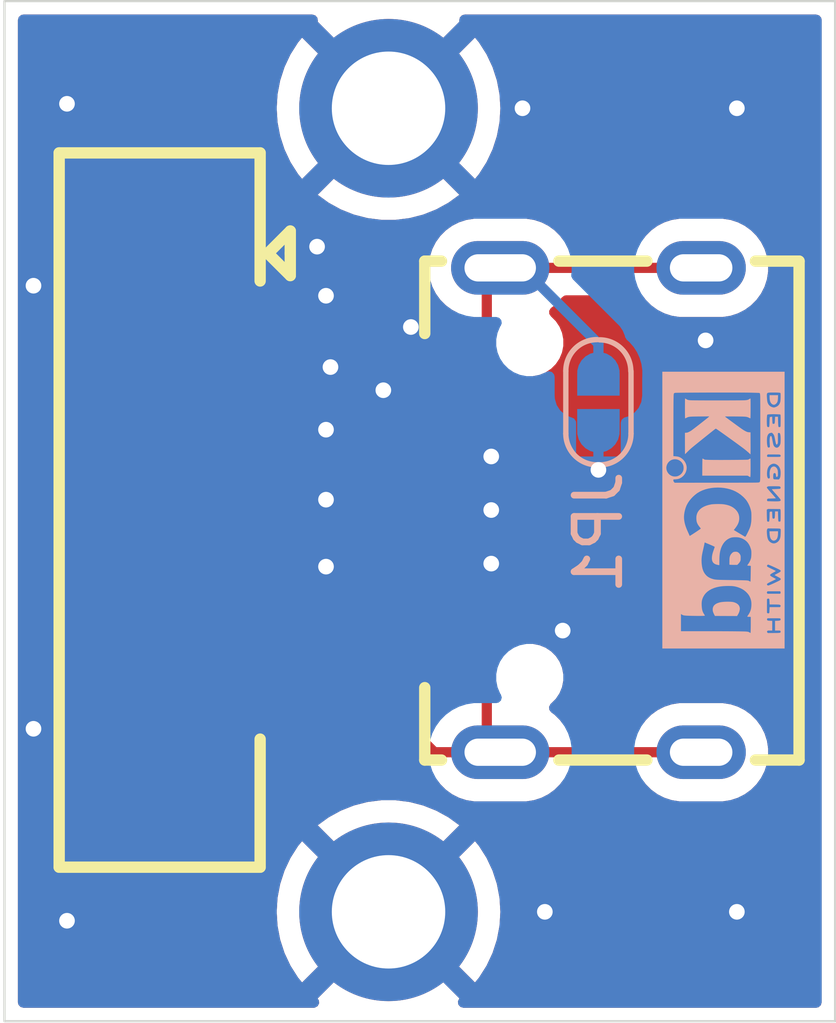
<source format=kicad_pcb>
(kicad_pcb (version 20240108) (generator "pcbnew") (generator_version "8.0")
  (title_block (title "DVI Connector board") (date "2024-02-27") (rev "V0.09") (company "Copyright (C) Victor Suarez Rovere") (comment 1 "License:  CERN OHL-S") (comment 2 "PCB design:  Mitch Altman & Victor Suarez Rovere") (comment 3 "Schematics capture:  Mitch Altman") (comment 4 "Circuit design & parts selection:  Victor Suarez Rovere"))
  (layers (0 "F.Cu" signal) (31 "B.Cu" signal) (34 "B.Paste" user) (35 "F.Paste" user) (36 "B.SilkS" user "B.Silkscreen") (37 "F.SilkS" user "F.Silkscreen") (38 "B.Mask" user) (39 "F.Mask" user) (44 "Edge.Cuts" user))
  (net 0 "")
  (net 1 "Net-(J2-SHELL)")
  (net 2 "GND")
  (net 3 "Net-(J2-CEC)")
  (net 4 "Net-(J2-UTILITY)")
  (net 5 "Net-(J2-HPD)")
  (net 6 "Net-(J2-+5V)")
  (net 7 "Net-(J2-SDA)")
  (net 8 "Net-(J2-SCL)")
  (net 9 "Net-(J2-CK-)")
  (net 10 "Net-(J2-CK+)")
  (net 11 "Net-(J2-D0-)")
  (net 12 "Net-(J2-D0+)")
  (net 13 "Net-(J2-D1-)")
  (net 14 "Net-(J2-D1+)")
  (net 15 "Net-(J2-D2-)")
  (net 16 "Net-(J2-D2+)")
  (footprint "" (layer "F.Cu") (at 112.701 78)
    (property "Reference" "MH1" (hide yes))
    (property "Value" "" (hide yes))
    (pad "18" thru_hole circle (at 3.299 0 90) (size 4 4) (drill 2.54) (layers "*.Cu" "*.Paste" "*.Mask") (net 2 "GND"))
  )
  (footprint "" (layer "F.Cu") (at 116 96)
    (property "Reference" "MH2" (hide yes))
    (property "Value" "" (hide yes))
    (pad "18" thru_hole circle (at 0 0 90) (size 4 4) (drill 2.54) (layers "*.Cu" "*.Paste" "*.Mask") (net 2 "GND"))
  )
  (footprint "Library:XFCN_F0501-B-20-20T-R" (layer "F.Cu") (at 111.325 87 -90)
    (property "Reference" "J1" (hide yes))
    (property "Value" "FPC Cable connector 1x20" (hide yes))
    (pad "0" smd rect (at -6.4 0.075 270) (size 2 3) (layers "F.Cu" "F.Paste" "F.Mask") (net 2 "GND"))
    (pad "0" smd rect (at 6.4 0.075 270) (size 2 3) (layers "F.Cu" "F.Paste" "F.Mask") (net 2 "GND"))
    (pad "1" smd rect (at -4.75 -2.275 270) (size 0.3 1.3) (layers "F.Cu" "F.Paste" "F.Mask") (net 2 "GND"))
    (pad "2" smd rect (at -4.25 -2.275 270) (size 0.3 1.3) (layers "F.Cu" "F.Paste" "F.Mask") (net 16 "Net-(J2-D2+)"))
    (pad "3" smd rect (at -3.75 -2.275 270) (size 0.3 1.3) (layers "F.Cu" "F.Paste" "F.Mask") (net 15 "Net-(J2-D2-)"))
    (pad "4" smd rect (at -3.25 -2.275 270) (size 0.3 1.3) (layers "F.Cu" "F.Paste" "F.Mask") (net 2 "GND"))
    (pad "5" smd rect (at -2.75 -2.275 270) (size 0.3 1.3) (layers "F.Cu" "F.Paste" "F.Mask") (net 14 "Net-(J2-D1+)"))
    (pad "6" smd rect (at -2.25 -2.275 270) (size 0.3 1.3) (layers "F.Cu" "F.Paste" "F.Mask") (net 13 "Net-(J2-D1-)"))
    (pad "7" smd rect (at -1.75 -2.275 270) (size 0.3 1.3) (layers "F.Cu" "F.Paste" "F.Mask") (net 2 "GND"))
    (pad "8" smd rect (at -1.25 -2.275 270) (size 0.3 1.3) (layers "F.Cu" "F.Paste" "F.Mask") (net 12 "Net-(J2-D0+)"))
    (pad "9" smd rect (at -0.75 -2.275 270) (size 0.3 1.3) (layers "F.Cu" "F.Paste" "F.Mask") (net 11 "Net-(J2-D0-)"))
    (pad "10" smd rect (at -0.25 -2.275 270) (size 0.3 1.3) (layers "F.Cu" "F.Paste" "F.Mask") (net 2 "GND"))
    (pad "11" smd rect (at 0.25 -2.275 270) (size 0.3 1.3) (layers "F.Cu" "F.Paste" "F.Mask") (net 10 "Net-(J2-CK+)"))
    (pad "12" smd rect (at 0.75 -2.275 270) (size 0.3 1.3) (layers "F.Cu" "F.Paste" "F.Mask") (net 9 "Net-(J2-CK-)"))
    (pad "13" smd rect (at 1.25 -2.275 270) (size 0.3 1.3) (layers "F.Cu" "F.Paste" "F.Mask") (net 2 "GND"))
    (pad "14" smd rect (at 1.75 -2.275 270) (size 0.3 1.3) (layers "F.Cu" "F.Paste" "F.Mask") (net 3 "Net-(J2-CEC)"))
    (pad "15" smd rect (at 2.25 -2.275 270) (size 0.3 1.3) (layers "F.Cu" "F.Paste" "F.Mask") (net 8 "Net-(J2-SCL)"))
    (pad "16" smd rect (at 2.75 -2.275 270) (size 0.3 1.3) (layers "F.Cu" "F.Paste" "F.Mask") (net 7 "Net-(J2-SDA)"))
    (pad "17" smd rect (at 3.25 -2.275 270) (size 0.3 1.3) (layers "F.Cu" "F.Paste" "F.Mask") (net 4 "Net-(J2-UTILITY)"))
    (pad "18" smd rect (at 3.75 -2.275 270) (size 0.3 1.3) (layers "F.Cu" "F.Paste" "F.Mask") (net 6 "Net-(J2-+5V)"))
    (pad "19" smd rect (at 4.25 -2.275 270) (size 0.3 1.3) (layers "F.Cu" "F.Paste" "F.Mask") (net 5 "Net-(J2-HPD)"))
    (pad "20" smd rect (at 4.75 -2.275 270) (size 0.3 1.3) (layers "F.Cu" "F.Paste" "F.Mask") (net 1 "Net-(J2-SHELL)"))
  )
  (footprint "Library:Xunpu_HDMI-201" (layer "F.Cu") (at 120.926 87)
    (property "Reference" "J2" (hide yes))
    (property "Value" "HDMI")
    (pad "" np_thru_hole circle (at -1.763 -3.75 90) (size 1 1) (drill 1) (layers "F&B.Cu" "*.Mask"))
    (pad "" np_thru_hole circle (at -1.763 3.75 90) (size 1 1) (drill 1) (layers "F&B.Cu" "*.Mask"))
    (pad "1" smd rect (at -3.7 -3.6 90) (size 0.2 1.35) (layers "F.Cu" "F.Paste" "F.Mask") (net 2 "GND"))
    (pad "2" smd rect (at -3.7 -3.2 90) (size 0.2 1.35) (layers "F.Cu" "F.Paste" "F.Mask") (net 16 "Net-(J2-D2+)"))
    (pad "3" smd rect (at -3.7 -2.8 90) (size 0.2 1.35) (layers "F.Cu" "F.Paste" "F.Mask") (net 15 "Net-(J2-D2-)"))
    (pad "4" smd rect (at -3.7 -2.4 90) (size 0.2 1.35) (layers "F.Cu" "F.Paste" "F.Mask") (net 2 "GND"))
    (pad "5" smd rect (at -3.7 -2 90) (size 0.2 1.35) (layers "F.Cu" "F.Paste" "F.Mask") (net 14 "Net-(J2-D1+)"))
    (pad "6" smd rect (at -3.7 -1.6 90) (size 0.2 1.35) (layers "F.Cu" "F.Paste" "F.Mask") (net 13 "Net-(J2-D1-)"))
    (pad "7" smd rect (at -3.7 -1.2 90) (size 0.2 1.35) (layers "F.Cu" "F.Paste" "F.Mask") (net 2 "GND"))
    (pad "8" smd rect (at -3.7 -0.8 90) (size 0.2 1.35) (layers "F.Cu" "F.Paste" "F.Mask") (net 12 "Net-(J2-D0+)"))
    (pad "9" smd rect (at -3.7 -0.4 90) (size 0.2 1.35) (layers "F.Cu" "F.Paste" "F.Mask") (net 11 "Net-(J2-D0-)"))
    (pad "10" smd rect (at -3.7 0 90) (size 0.2 1.35) (layers "F.Cu" "F.Paste" "F.Mask") (net 2 "GND"))
    (pad "11" smd rect (at -3.7 0.4 90) (size 0.2 1.35) (layers "F.Cu" "F.Paste" "F.Mask") (net 10 "Net-(J2-CK+)"))
    (pad "12" smd rect (at -3.7 0.8 90) (size 0.2 1.35) (layers "F.Cu" "F.Paste" "F.Mask") (net 9 "Net-(J2-CK-)"))
    (pad "13" smd rect (at -3.7 1.2 90) (size 0.2 1.35) (layers "F.Cu" "F.Paste" "F.Mask") (net 2 "GND"))
    (pad "14" smd rect (at -3.7 1.6 90) (size 0.2 1.35) (layers "F.Cu" "F.Paste" "F.Mask") (net 3 "Net-(J2-CEC)"))
    (pad "15" smd rect (at -3.7 2 90) (size 0.2 1.35) (layers "F.Cu" "F.Paste" "F.Mask") (net 8 "Net-(J2-SCL)"))
    (pad "16" smd rect (at -3.7 2.4 90) (size 0.2 1.35) (layers "F.Cu" "F.Paste" "F.Mask") (net 7 "Net-(J2-SDA)"))
    (pad "17" smd rect (at -3.7 2.8 90) (size 0.2 1.35) (layers "F.Cu" "F.Paste" "F.Mask") (net 4 "Net-(J2-UTILITY)"))
    (pad "18" smd rect (at -3.7 3.2 90) (size 0.2 1.35) (layers "F.Cu" "F.Paste" "F.Mask") (net 6 "Net-(J2-+5V)"))
    (pad "19" smd rect (at -3.7 3.6 90) (size 0.2 1.35) (layers "F.Cu" "F.Paste" "F.Mask") (net 5 "Net-(J2-HPD)"))
    (pad "20" thru_hole oval (at -2.425 -5.425 90) (size 1.2 2.2) (drill oval 0.61 1.6) (layers "*.Cu" "*.Mask") (net 1 "Net-(J2-SHELL)"))
    (pad "20" thru_hole oval (at -2.425 5.425 90) (size 1.2 2.2) (drill oval 0.61 1.6) (layers "*.Cu" "*.Mask") (net 1 "Net-(J2-SHELL)"))
    (pad "20" thru_hole oval (at 2.074 -5.425 90) (size 1.2 2) (drill oval 0.61 1.4) (layers "*.Cu" "*.Mask") (net 1 "Net-(J2-SHELL)"))
    (pad "20" thru_hole oval (at 2.074 5.425 90) (size 1.2 2) (drill oval 0.61 1.4) (layers "*.Cu" "*.Mask") (net 1 "Net-(J2-SHELL)"))
  )
  (footprint "Library:SolderJumper-2_Open_RoundedPad_2.254x0.95mm" (layer "B.Cu") (at 120.7 84.5875 90)
    (property "Reference" "JP1" (at -2.9125 0 90) (layer "B.SilkS") (effects (justify mirror)))
    (property "Value" "JMP_DKEN")
    (pad "1" smd custom (at -0.5875 0 90) (size 0.875 0.5) (layers "B.Cu" "B.Mask") (net 2 "GND") (options (clearance outline) (anchor rect)) (primitives (gr_circle (center -0.0625 0) (end 0.4145 0) (width 0) (fill yes)) (gr_poly (pts (xy 0.4375 -0.475) (xy -0.0625 -0.475) (xy -0.0625 0.475) (xy 0.4375 0.475)) (width 0) (fill yes))))
    (pad "2" smd custom (at 0.5875 0 90) (size 0.875 0.5) (layers "B.Cu" "B.Mask") (net 1 "Net-(J2-SHELL)") (options (clearance outline) (anchor rect)) (primitives (gr_circle (center 0.0625 0) (end 0.5395 0) (width 0) (fill yes)) (gr_poly (pts (xy 0.0625 -0.475) (xy -0.4375 -0.475) (xy -0.4375 0.475) (xy 0.0625 0.475)) (width 0) (fill yes))))
  )
  (footprint "LOGO" (layer "B.Cu") (at 123.498151 87.001847 -90)
    (property "Reference" "G***" (hide yes))
    (property "Value" "LOGO" (hide yes))
  )
  (gr_rect (start 107.4 75.6) (end 126 98.45) (stroke (width 0.05)) (fill none) (layer "Edge.Cuts"))
  (segment (start 116.35 91.75) (end 117.025 92.425) (width 0.2286) (layer "F.Cu") (net 1))
  (segment (start 123 81.575) (end 118.501 81.575) (width 0.2286) (layer "F.Cu") (net 1))
  (segment (start 118.501 92.425) (end 123 92.425) (width 0.2286) (layer "F.Cu") (net 1))
  (segment (start 113.6 91.75) (end 116.35 91.75) (width 0.2286) (layer "F.Cu") (net 1))
  (segment (start 118.501 81.575) (end 118.2 81.876) (width 0.2286) (layer "F.Cu") (net 1))
  (segment (start 118.2 81.876) (end 118.2 84.099032) (width 0.2286) (layer "F.Cu") (net 1))
  (segment (start 117.025 92.425) (end 118.501 92.425) (width 0.2286) (layer "F.Cu") (net 1))
  (segment (start 118.8563 84.755332) (end 118.8563 89.257972) (width 0.2286) (layer "F.Cu") (net 1))
  (segment (start 118.2 92.124) (end 118.501 92.425) (width 0.2286) (layer "F.Cu") (net 1))
  (segment (start 118.8563 89.257972) (end 118.2 89.914272) (width 0.2286) (layer "F.Cu") (net 1))
  (segment (start 118.2 84.099032) (end 118.8563 84.755332) (width 0.2286) (layer "F.Cu") (net 1))
  (segment (start 118.2 89.914272) (end 118.2 92.124) (width 0.2286) (layer "F.Cu") (net 1))
  (segment (start 119.001 81.575) (end 118.501 81.575) (width 0.2286) (layer "B.Cu") (net 1))
  (segment (start 120.7 83.274) (end 119.001 81.575) (width 0.2286) (layer "B.Cu") (net 1))
  (segment (start 120.7 84) (end 120.7 83.274) (width 0.2286) (layer "B.Cu") (net 1))
  (segment (start 114.652552 83.75) (end 114.7 83.797448) (width 0.2286) (layer "F.Cu") (net 2))
  (segment (start 117.226 83.4) (end 117 83.4) (width 0.2286) (layer "F.Cu") (net 2))
  (segment (start 113.6 88.25) (end 114.5823 88.25) (width 0.2286) (layer "F.Cu") (net 2))
  (segment (start 117.226 85.8) (end 118.3 85.8) (width 0.2286) (layer "F.Cu") (net 2))
  (segment (start 117.226 88.2) (end 118.3 88.2) (width 0.2286) (layer "F.Cu") (net 2))
  (segment (start 113.6 85.25) (end 114.55 85.25) (width 0.2286) (layer "F.Cu") (net 2))
  (segment (start 113.6 82.25) (end 114.55 82.25) (width 0.2286) (layer "F.Cu") (net 2))
  (segment (start 116.16786 84.6) (end 117.226 84.6) (width 0.2286) (layer "F.Cu") (net 2))
  (segment (start 113.6 83.75) (end 114.652552 83.75) (width 0.2286) (layer "F.Cu") (net 2))
  (segment (start 114.5823 86.75) (end 114.6 86.7677) (width 0.2286) (layer "F.Cu") (net 2))
  (segment (start 115.88393 84.31607) (end 116.16786 84.6) (width 0.2286) (layer "F.Cu") (net 2))
  (segment (start 114.55 82.25) (end 114.6 82.2) (width 0.2286) (layer "F.Cu") (net 2))
  (segment (start 117 83.4) (end 116.5 82.9) (width 0.2286) (layer "F.Cu") (net 2))
  (segment (start 113.6 86.75) (end 114.5823 86.75) (width 0.2286) (layer "F.Cu") (net 2))
  (segment (start 117.226 87) (end 118.3 87) (width 0.2286) (layer "F.Cu") (net 2))
  (segment (start 114.55 85.25) (end 114.6 85.2) (width 0.2286) (layer "F.Cu") (net 2))
  (segment (start 114.5823 88.25) (end 114.6 88.2677) (width 0.2286) (layer "F.Cu") (net 2))
  (via (at 119.5 96) (size 0.63) (drill 0.35) (layers "F.Cu" "B.Cu") (net 2))
  (via (at 123.8 78) (size 0.63) (drill 0.35) (layers "F.Cu" "B.Cu") (net 2))
  (via (at 108.8 77.9) (size 0.63) (drill 0.35) (layers "F.Cu" "B.Cu") (net 2))
  (via (at 108.05 81.975) (size 0.63) (drill 0.35) (layers "F.Cu" "B.Cu") (net 2))
  (via (at 108.8 96.2) (size 0.63) (drill 0.35) (layers "F.Cu" "B.Cu") (net 2))
  (via (at 120.7 86.1) (size 0.63) (drill 0.35) (layers "F.Cu" "B.Cu") (net 2))
  (via (at 108.05 91.9) (size 0.63) (drill 0.35) (layers "F.Cu" "B.Cu") (net 2))
  (via (at 118.3 88.2) (size 0.63) (drill 0.35) (layers "F.Cu" "B.Cu") (net 2))
  (via (at 114.6 82.2) (size 0.63) (drill 0.35) (layers "F.Cu" "B.Cu") (net 2))
  (via (at 119.9 89.7) (size 0.63) (drill 0.35) (layers "F.Cu" "B.Cu") (net 2))
  (via (at 114.6 88.2677) (size 0.63) (drill 0.35) (layers "F.Cu" "B.Cu") (net 2))
  (via (at 114.7 83.797448) (size 0.63) (drill 0.35) (layers "F.Cu" "B.Cu") (net 2))
  (via (at 123.8 96) (size 0.63) (drill 0.35) (layers "F.Cu" "B.Cu") (net 2))
  (via (at 114.6 85.2) (size 0.63) (drill 0.35) (layers "F.Cu" "B.Cu") (net 2))
  (via (at 114.4 81.1) (size 0.63) (drill 0.35) (layers "F.Cu" "B.Cu") (net 2))
  (via (at 118.3 87) (size 0.63) (drill 0.35) (layers "F.Cu" "B.Cu") (net 2))
  (via (at 118.3 85.8) (size 0.63) (drill 0.35) (layers "F.Cu" "B.Cu") (net 2))
  (via (at 123.1 83.2) (size 0.63) (drill 0.35) (layers "F.Cu" "B.Cu") (net 2))
  (via (at 115.88393 84.31607) (size 0.63) (drill 0.35) (layers "F.Cu" "B.Cu") (net 2))
  (via (at 119 78) (size 0.63) (drill 0.35) (layers "F.Cu" "B.Cu") (net 2))
  (via (at 116.5 82.9) (size 0.63) (drill 0.35) (layers "F.Cu" "B.Cu") (net 2))
  (via (at 114.6 86.7677) (size 0.63) (drill 0.35) (layers "F.Cu" "B.Cu") (net 2))
  (segment (start 120.7 85.175) (end 120.7 86.1) (width 0.2286) (layer "B.Cu") (net 2))
  (segment (start 116.2127 88.7859) (end 116.3986 88.6) (width 0.1524) (layer "F.Cu") (net 3))
  (segment (start 116.3986 88.6) (end 117.226 88.6) (width 0.1524) (layer "F.Cu") (net 3))
  (segment (start 113.6359 88.7859) (end 116.2127 88.7859) (width 0.1524) (layer "F.Cu") (net 3))
  (segment (start 113.6 88.75) (end 113.6359 88.7859) (width 0.1524) (layer "F.Cu") (net 3))
  (segment (start 116.4446 89.8) (end 117.226 89.8) (width 0.1524) (layer "F.Cu") (net 4))
  (segment (start 113.6 90.25) (end 115.9946 90.25) (width 0.1524) (layer "F.Cu") (net 4))
  (segment (start 115.9946 90.25) (end 116.4446 89.8) (width 0.1524) (layer "F.Cu") (net 4))
  (segment (start 113.6 91.25) (end 115.789732 91.25) (width 0.1524) (layer "F.Cu") (net 5))
  (segment (start 116.439732 90.6) (end 117.226 90.6) (width 0.1524) (layer "F.Cu") (net 5))
  (segment (start 115.789732 91.25) (end 116.439732 90.6) (width 0.1524) (layer "F.Cu") (net 5))
  (segment (start 113.6 90.75) (end 115.8946 90.75) (width 0.1524) (layer "F.Cu") (net 6))
  (segment (start 116.4446 90.2) (end 117.226 90.2) (width 0.1524) (layer "F.Cu") (net 6))
  (segment (start 115.8946 90.75) (end 116.4446 90.2) (width 0.1524) (layer "F.Cu") (net 6))
  (segment (start 113.6 89.75) (end 116.0946 89.75) (width 0.1524) (layer "F.Cu") (net 7))
  (segment (start 116.4446 89.4) (end 117.226 89.4) (width 0.1524) (layer "F.Cu") (net 7))
  (segment (start 116.0946 89.75) (end 116.4446 89.4) (width 0.1524) (layer "F.Cu") (net 7))
  (segment (start 116.4446 89) (end 117.226 89) (width 0.1524) (layer "F.Cu") (net 8))
  (segment (start 116.1946 89.25) (end 116.4446 89) (width 0.1524) (layer "F.Cu") (net 8))
  (segment (start 113.6 89.25) (end 116.1946 89.25) (width 0.1524) (layer "F.Cu") (net 8))
  (segment (start 117.226 87.8) (end 116.35 87.8) (width 0.1524) (layer "F.Cu") (net 9))
  (segment (start 116.35 87.8) (end 116.3 87.75) (width 0.1524) (layer "F.Cu") (net 9))
  (segment (start 116.3 87.75) (end 113.6 87.75) (width 0.1524) (layer "F.Cu") (net 9))
  (segment (start 114.5524 87.4) (end 117.226 87.4) (width 0.1524) (layer "F.Cu") (net 10))
  (segment (start 114.4024 87.25) (end 114.5524 87.4) (width 0.1524) (layer "F.Cu") (net 10))
  (segment (start 113.6 87.25) (end 114.4024 87.25) (width 0.1524) (layer "F.Cu") (net 10))
  (segment (start 115.942582 86.6) (end 117.226 86.6) (width 0.1524) (layer "F.Cu") (net 11))
  (segment (start 115.592582 86.25) (end 115.942582 86.6) (width 0.1524) (layer "F.Cu") (net 11))
  (segment (start 113.6 86.25) (end 115.592582 86.25) (width 0.1524) (layer "F.Cu") (net 11))
  (segment (start 115.937714 86.2) (end 117.226 86.2) (width 0.1524) (layer "F.Cu") (net 12))
  (segment (start 115.487714 85.75) (end 115.937714 86.2) (width 0.1524) (layer "F.Cu") (net 12))
  (segment (start 113.6 85.75) (end 115.487714 85.75) (width 0.1524) (layer "F.Cu") (net 12))
  (segment (start 115.532846 85.4) (end 114.814646 84.6818) (width 0.1524) (layer "F.Cu") (net 13))
  (segment (start 114.814646 84.6818) (end 113.6682 84.6818) (width 0.1524) (layer "F.Cu") (net 13))
  (segment (start 113.6682 84.6818) (end 113.6 84.75) (width 0.1524) (layer "F.Cu") (net 13))
  (segment (start 117.226 85.4) (end 115.532846 85.4) (width 0.1524) (layer "F.Cu") (net 13))
  (segment (start 113.665648 84.315648) (end 115.015648 84.315648) (width 0.1524) (layer "F.Cu") (net 14))
  (segment (start 115.7 85) (end 117.226 85) (width 0.1524) (layer "F.Cu") (net 14))
  (segment (start 113.6 84.25) (end 113.665648 84.315648) (width 0.1524) (layer "F.Cu") (net 14))
  (segment (start 115.015648 84.315648) (end 115.7 85) (width 0.1524) (layer "F.Cu") (net 14))
  (segment (start 117.226 84.2) (end 116.5 84.2) (width 0.1524) (layer "F.Cu") (net 15))
  (segment (start 115.55 83.25) (end 113.6 83.25) (width 0.1524) (layer "F.Cu") (net 15))
  (segment (start 116.5 84.2) (end 115.55 83.25) (width 0.1524) (layer "F.Cu") (net 15))
  (segment (start 116.495132 83.8) (end 115.445132 82.75) (width 0.1524) (layer "F.Cu") (net 16))
  (segment (start 117.226 83.8) (end 116.495132 83.8) (width 0.1524) (layer "F.Cu") (net 16))
  (segment (start 115.445132 82.75) (end 113.6 82.75) (width 0.1524) (layer "F.Cu") (net 16))
  (zone (net 2) (net_name "GND") (layer "F.Cu") (connect_pads (clearance 0.5)) (min_thickness 0.25) (fill yes (thermal_gap 0.5) (thermal_bridge_width 0.5))
    (polygon (pts (xy 107.439006 75.660994) (xy 126 75.6) (xy 126 98.331) (xy 107.588769 98.331)))
  )
  (zone (net 0) (net_name "") (layer "B.Cu") (connect_pads (clearance 0)) (min_thickness 0.25)
    (keepout (tracks allowed) (vias allowed) (pads allowed) (copperpour not_allowed) (footprints allowed))
    (fill (thermal_gap 0.5) (thermal_bridge_width 0.5))
    (polygon (pts (xy 120.2 84.7) (xy 121.2 84.7) (xy 121.2 85.8) (xy 120.2 85.8)))
  )
  (zone (net 2) (net_name "GND") (layer "B.Cu") (priority 1) (connect_pads (clearance 0.5)) (min_thickness 0.25) (fill yes (thermal_gap 0.5) (thermal_bridge_width 0.5))
    (polygon (pts (xy 107.3 75.620968) (xy 125.998801 75.620968) (xy 125.998801 98.407981) (xy 107.429449 98.49032)))
  )
)
</source>
